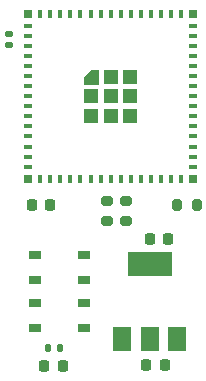
<source format=gbr>
%TF.GenerationSoftware,KiCad,Pcbnew,(6.0.7)*%
%TF.CreationDate,2023-02-07T19:22:30-08:00*%
%TF.ProjectId,ESP_Module,4553505f-4d6f-4647-956c-652e6b696361,rev?*%
%TF.SameCoordinates,Original*%
%TF.FileFunction,Paste,Top*%
%TF.FilePolarity,Positive*%
%FSLAX46Y46*%
G04 Gerber Fmt 4.6, Leading zero omitted, Abs format (unit mm)*
G04 Created by KiCad (PCBNEW (6.0.7)) date 2023-02-07 19:22:30*
%MOMM*%
%LPD*%
G01*
G04 APERTURE LIST*
G04 Aperture macros list*
%AMRoundRect*
0 Rectangle with rounded corners*
0 $1 Rounding radius*
0 $2 $3 $4 $5 $6 $7 $8 $9 X,Y pos of 4 corners*
0 Add a 4 corners polygon primitive as box body*
4,1,4,$2,$3,$4,$5,$6,$7,$8,$9,$2,$3,0*
0 Add four circle primitives for the rounded corners*
1,1,$1+$1,$2,$3*
1,1,$1+$1,$4,$5*
1,1,$1+$1,$6,$7*
1,1,$1+$1,$8,$9*
0 Add four rect primitives between the rounded corners*
20,1,$1+$1,$2,$3,$4,$5,0*
20,1,$1+$1,$4,$5,$6,$7,0*
20,1,$1+$1,$6,$7,$8,$9,0*
20,1,$1+$1,$8,$9,$2,$3,0*%
G04 Aperture macros list end*
%ADD10C,0.010000*%
%ADD11R,1.050000X0.650000*%
%ADD12RoundRect,0.225000X-0.225000X-0.250000X0.225000X-0.250000X0.225000X0.250000X-0.225000X0.250000X0*%
%ADD13RoundRect,0.135000X0.135000X0.185000X-0.135000X0.185000X-0.135000X-0.185000X0.135000X-0.185000X0*%
%ADD14RoundRect,0.200000X-0.275000X0.200000X-0.275000X-0.200000X0.275000X-0.200000X0.275000X0.200000X0*%
%ADD15RoundRect,0.225000X0.225000X0.250000X-0.225000X0.250000X-0.225000X-0.250000X0.225000X-0.250000X0*%
%ADD16RoundRect,0.218750X0.218750X0.256250X-0.218750X0.256250X-0.218750X-0.256250X0.218750X-0.256250X0*%
%ADD17R,0.800000X0.400000*%
%ADD18R,0.400000X0.800000*%
%ADD19R,1.200000X1.200000*%
%ADD20R,0.800000X0.800000*%
%ADD21RoundRect,0.140000X0.170000X-0.140000X0.170000X0.140000X-0.170000X0.140000X-0.170000X-0.140000X0*%
%ADD22R,1.500000X2.000000*%
%ADD23R,3.800000X2.000000*%
%ADD24RoundRect,0.200000X-0.200000X-0.275000X0.200000X-0.275000X0.200000X0.275000X-0.200000X0.275000X0*%
G04 APERTURE END LIST*
%TO.C,U2*%
G36*
X155668000Y-74642000D02*
G01*
X154468000Y-74642000D01*
X154468000Y-74042000D01*
X155068000Y-73442000D01*
X155668000Y-73442000D01*
X155668000Y-74642000D01*
G37*
D10*
X155668000Y-74642000D02*
X154468000Y-74642000D01*
X154468000Y-74042000D01*
X155068000Y-73442000D01*
X155668000Y-73442000D01*
X155668000Y-74642000D01*
%TD*%
D11*
%TO.C,SW1*%
X150325000Y-93159000D03*
X154475000Y-93159000D03*
X150325000Y-95309000D03*
X154475000Y-95309000D03*
%TD*%
%TO.C,SW2*%
X150325000Y-89095000D03*
X154475000Y-89095000D03*
X154475000Y-91245000D03*
X150325000Y-91245000D03*
%TD*%
D12*
%TO.C,C1*%
X160025000Y-87800000D03*
X161575000Y-87800000D03*
%TD*%
D13*
%TO.C,R6*%
X152402000Y-97028000D03*
X151382000Y-97028000D03*
%TD*%
D14*
%TO.C,R2*%
X158000000Y-84575000D03*
X158000000Y-86225000D03*
%TD*%
%TO.C,R1*%
X156400000Y-84575000D03*
X156400000Y-86225000D03*
%TD*%
D15*
%TO.C,C3*%
X161303000Y-98400000D03*
X159753000Y-98400000D03*
%TD*%
D16*
%TO.C,D1*%
X152679500Y-98552000D03*
X151104500Y-98552000D03*
%TD*%
D17*
%TO.C,U2*%
X149718000Y-69742000D03*
X149718000Y-70592000D03*
X149718000Y-71442000D03*
X149718000Y-72292000D03*
X149718000Y-73142000D03*
X149718000Y-73992000D03*
X149718000Y-74842000D03*
X149718000Y-75692000D03*
X149718000Y-76542000D03*
X149718000Y-77392000D03*
X149718000Y-78242000D03*
X149718000Y-79092000D03*
X149718000Y-79942000D03*
X149718000Y-80792000D03*
X149718000Y-81642000D03*
D18*
X150768000Y-82692000D03*
X151618000Y-82692000D03*
X152468000Y-82692000D03*
X153318000Y-82692000D03*
X154168000Y-82692000D03*
X155018000Y-82692000D03*
X155868000Y-82692000D03*
X156718000Y-82692000D03*
X157568000Y-82692000D03*
X158418000Y-82692000D03*
X159268000Y-82692000D03*
X160118000Y-82692000D03*
X160968000Y-82692000D03*
X161818000Y-82692000D03*
X162668000Y-82692000D03*
D17*
X163718000Y-81642000D03*
X163718000Y-80792000D03*
X163718000Y-79942000D03*
X163718000Y-79092000D03*
X163718000Y-78242000D03*
X163718000Y-77392000D03*
X163718000Y-76542000D03*
X163718000Y-75692000D03*
X163718000Y-74842000D03*
X163718000Y-73992000D03*
X163718000Y-73142000D03*
X163718000Y-72292000D03*
X163718000Y-71442000D03*
X163718000Y-70592000D03*
X163718000Y-69742000D03*
D18*
X162668000Y-68692000D03*
X161818000Y-68692000D03*
X160968000Y-68692000D03*
X160118000Y-68692000D03*
X159268000Y-68692000D03*
X158418000Y-68692000D03*
X157568000Y-68692000D03*
X156718000Y-68692000D03*
X155868000Y-68692000D03*
X155018000Y-68692000D03*
X154168000Y-68692000D03*
X153318000Y-68692000D03*
X152468000Y-68692000D03*
X151618000Y-68692000D03*
X150768000Y-68692000D03*
D19*
X156718000Y-75692000D03*
X156718000Y-74042000D03*
X158368000Y-74042000D03*
X158368000Y-75692000D03*
X158368000Y-77342000D03*
X156718000Y-77342000D03*
X155068000Y-77342000D03*
X155068000Y-75692000D03*
D20*
X149718000Y-68692000D03*
X149718000Y-82692000D03*
X163718000Y-82692000D03*
X163718000Y-68692000D03*
%TD*%
D21*
%TO.C,C2*%
X148082000Y-71380000D03*
X148082000Y-70420000D03*
%TD*%
D22*
%TO.C,U1*%
X157720000Y-96222000D03*
D23*
X160020000Y-89922000D03*
D22*
X160020000Y-96222000D03*
X162320000Y-96222000D03*
%TD*%
D24*
%TO.C,R3*%
X162375000Y-84900000D03*
X164025000Y-84900000D03*
%TD*%
D15*
%TO.C,C4*%
X151575000Y-84900000D03*
X150025000Y-84900000D03*
%TD*%
M02*

</source>
